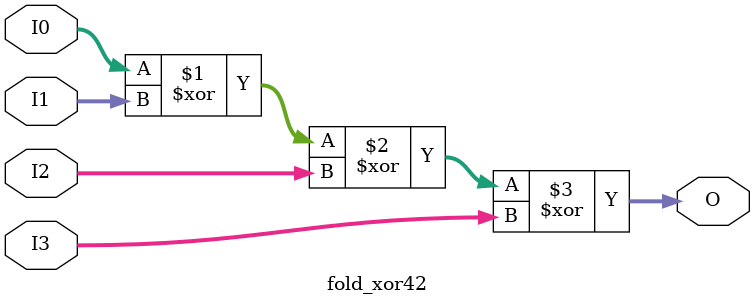
<source format=v>
module fold_xor42 (input [1:0] I0, input [1:0] I1, input [1:0] I2, input [1:0] I3, output [1:0] O);
assign O = ((I0 ^ I1) ^ I2) ^ I3;
endmodule


</source>
